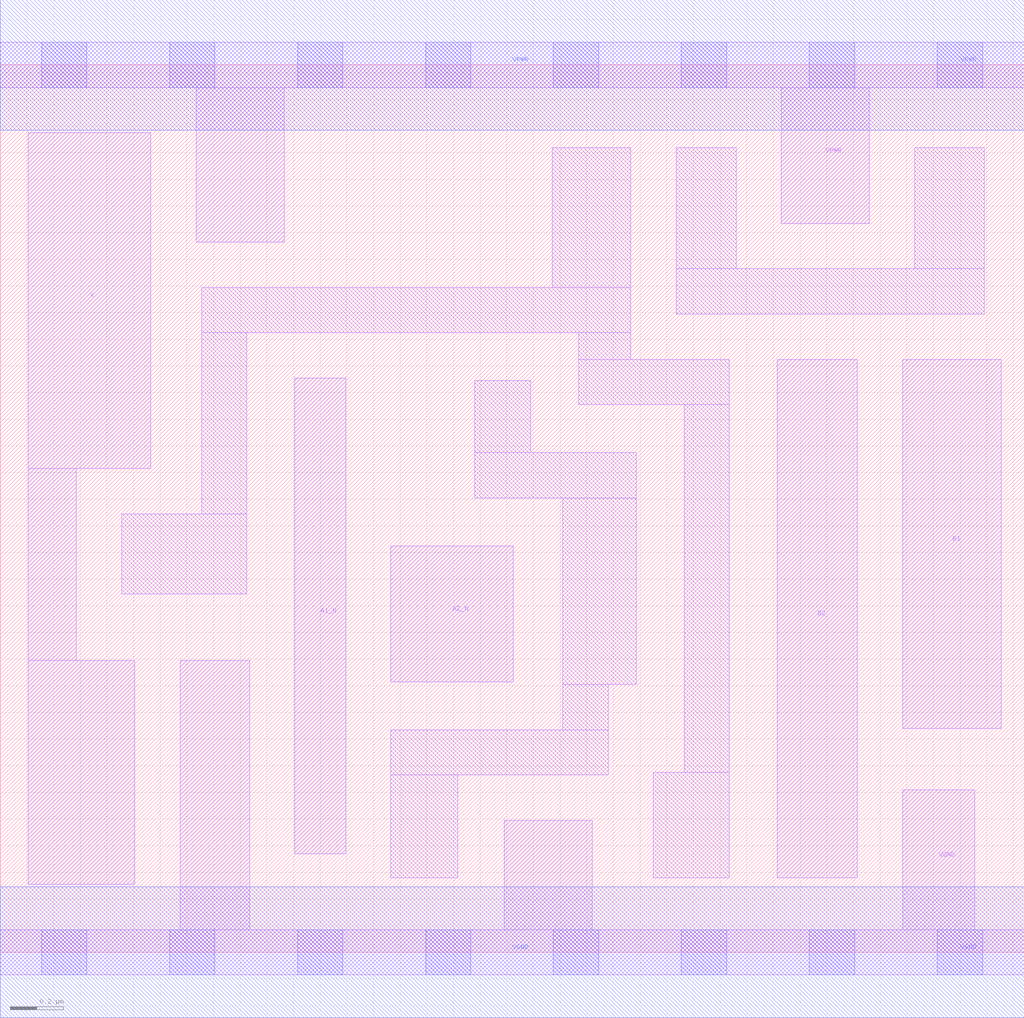
<source format=lef>
# Copyright 2020 The SkyWater PDK Authors
#
# Licensed under the Apache License, Version 2.0 (the "License");
# you may not use this file except in compliance with the License.
# You may obtain a copy of the License at
#
#     https://www.apache.org/licenses/LICENSE-2.0
#
# Unless required by applicable law or agreed to in writing, software
# distributed under the License is distributed on an "AS IS" BASIS,
# WITHOUT WARRANTIES OR CONDITIONS OF ANY KIND, either express or implied.
# See the License for the specific language governing permissions and
# limitations under the License.
#
# SPDX-License-Identifier: Apache-2.0

VERSION 5.7 ;
  NAMESCASESENSITIVE ON ;
  NOWIREEXTENSIONATPIN ON ;
  DIVIDERCHAR "/" ;
  BUSBITCHARS "[]" ;
UNITS
  DATABASE MICRONS 200 ;
END UNITS
MACRO sky130_fd_sc_lp__a2bb2o_1
  CLASS CORE ;
  SOURCE USER ;
  FOREIGN sky130_fd_sc_lp__a2bb2o_1 ;
  ORIGIN  0.000000  0.000000 ;
  SIZE  3.840000 BY  3.330000 ;
  SYMMETRY X Y R90 ;
  SITE unit ;
  PIN A1_N
    ANTENNAGATEAREA  0.126000 ;
    DIRECTION INPUT ;
    USE SIGNAL ;
    PORT
      LAYER li1 ;
        RECT 1.105000 0.370000 1.295000 2.155000 ;
    END
  END A1_N
  PIN A2_N
    ANTENNAGATEAREA  0.126000 ;
    DIRECTION INPUT ;
    USE SIGNAL ;
    PORT
      LAYER li1 ;
        RECT 1.465000 1.015000 1.925000 1.525000 ;
    END
  END A2_N
  PIN B1
    ANTENNAGATEAREA  0.126000 ;
    DIRECTION INPUT ;
    USE SIGNAL ;
    PORT
      LAYER li1 ;
        RECT 3.385000 0.840000 3.755000 2.225000 ;
    END
  END B1
  PIN B2
    ANTENNAGATEAREA  0.126000 ;
    DIRECTION INPUT ;
    USE SIGNAL ;
    PORT
      LAYER li1 ;
        RECT 2.915000 0.280000 3.215000 2.225000 ;
    END
  END B2
  PIN X
    ANTENNADIFFAREA  0.556500 ;
    DIRECTION OUTPUT ;
    USE SIGNAL ;
    PORT
      LAYER li1 ;
        RECT 0.105000 0.255000 0.505000 1.095000 ;
        RECT 0.105000 1.095000 0.285000 1.815000 ;
        RECT 0.105000 1.815000 0.565000 3.075000 ;
    END
  END X
  PIN VGND
    DIRECTION INOUT ;
    USE GROUND ;
    PORT
      LAYER li1 ;
        RECT 0.000000 -0.085000 3.840000 0.085000 ;
        RECT 0.675000  0.085000 0.935000 1.095000 ;
        RECT 1.890000  0.085000 2.220000 0.495000 ;
        RECT 3.385000  0.085000 3.655000 0.610000 ;
      LAYER mcon ;
        RECT 0.155000 -0.085000 0.325000 0.085000 ;
        RECT 0.635000 -0.085000 0.805000 0.085000 ;
        RECT 1.115000 -0.085000 1.285000 0.085000 ;
        RECT 1.595000 -0.085000 1.765000 0.085000 ;
        RECT 2.075000 -0.085000 2.245000 0.085000 ;
        RECT 2.555000 -0.085000 2.725000 0.085000 ;
        RECT 3.035000 -0.085000 3.205000 0.085000 ;
        RECT 3.515000 -0.085000 3.685000 0.085000 ;
      LAYER met1 ;
        RECT 0.000000 -0.245000 3.840000 0.245000 ;
    END
  END VGND
  PIN VPWR
    DIRECTION INOUT ;
    USE POWER ;
    PORT
      LAYER li1 ;
        RECT 0.000000 3.245000 3.840000 3.415000 ;
        RECT 0.735000 2.665000 1.065000 3.245000 ;
        RECT 2.930000 2.735000 3.260000 3.245000 ;
      LAYER mcon ;
        RECT 0.155000 3.245000 0.325000 3.415000 ;
        RECT 0.635000 3.245000 0.805000 3.415000 ;
        RECT 1.115000 3.245000 1.285000 3.415000 ;
        RECT 1.595000 3.245000 1.765000 3.415000 ;
        RECT 2.075000 3.245000 2.245000 3.415000 ;
        RECT 2.555000 3.245000 2.725000 3.415000 ;
        RECT 3.035000 3.245000 3.205000 3.415000 ;
        RECT 3.515000 3.245000 3.685000 3.415000 ;
      LAYER met1 ;
        RECT 0.000000 3.085000 3.840000 3.575000 ;
    END
  END VPWR
  OBS
    LAYER li1 ;
      RECT 0.455000 1.345000 0.925000 1.645000 ;
      RECT 0.755000 1.645000 0.925000 2.325000 ;
      RECT 0.755000 2.325000 2.365000 2.495000 ;
      RECT 1.465000 0.280000 1.715000 0.665000 ;
      RECT 1.465000 0.665000 2.280000 0.835000 ;
      RECT 1.780000 1.705000 2.385000 1.875000 ;
      RECT 1.780000 1.875000 1.990000 2.145000 ;
      RECT 2.070000 2.495000 2.365000 3.020000 ;
      RECT 2.110000 0.835000 2.280000 1.005000 ;
      RECT 2.110000 1.005000 2.385000 1.705000 ;
      RECT 2.170000 2.055000 2.735000 2.225000 ;
      RECT 2.170000 2.225000 2.365000 2.325000 ;
      RECT 2.450000 0.280000 2.735000 0.675000 ;
      RECT 2.535000 2.395000 3.690000 2.565000 ;
      RECT 2.535000 2.565000 2.760000 3.020000 ;
      RECT 2.565000 0.675000 2.735000 2.055000 ;
      RECT 3.430000 2.565000 3.690000 3.020000 ;
  END
END sky130_fd_sc_lp__a2bb2o_1

</source>
